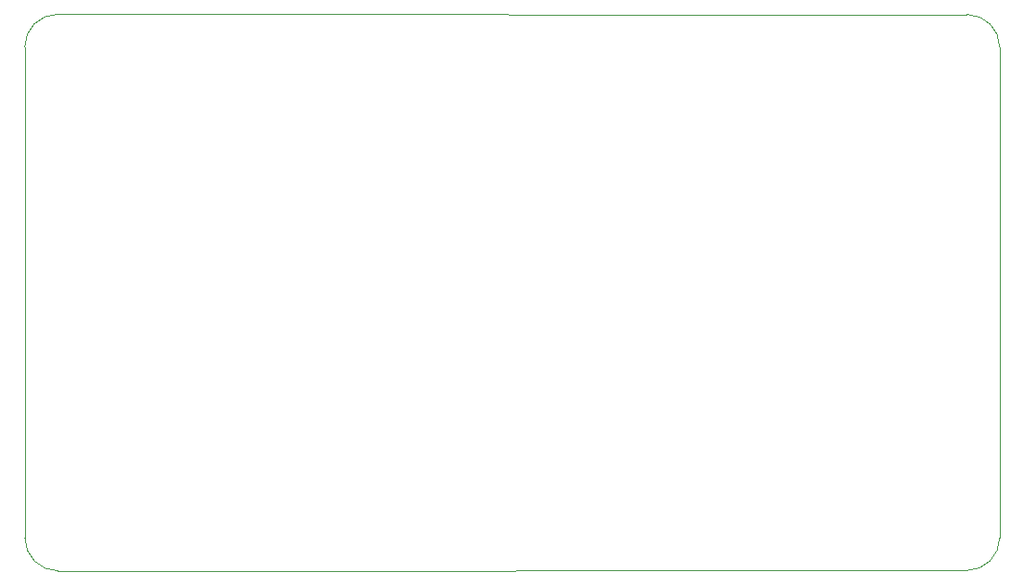
<source format=gbr>
%TF.GenerationSoftware,KiCad,Pcbnew,6.0.8+dfsg-1~bpo11+1*%
%TF.CreationDate,2022-10-27T04:09:56+08:00*%
%TF.ProjectId,SynthCard,53796e74-6843-4617-9264-2e6b69636164,rev?*%
%TF.SameCoordinates,Original*%
%TF.FileFunction,Profile,NP*%
%FSLAX46Y46*%
G04 Gerber Fmt 4.6, Leading zero omitted, Abs format (unit mm)*
G04 Created by KiCad (PCBNEW 6.0.8+dfsg-1~bpo11+1) date 2022-10-27 04:09:56*
%MOMM*%
%LPD*%
G01*
G04 APERTURE LIST*
%TA.AperFunction,Profile*%
%ADD10C,0.050000*%
%TD*%
G04 APERTURE END LIST*
D10*
X100000000Y-78000000D02*
X100021320Y-122828680D01*
X103000000Y-75000000D02*
G75*
G03*
X100000000Y-78000000I0J-3000000D01*
G01*
X185925001Y-125800001D02*
X103021320Y-125828680D01*
X100021320Y-122828680D02*
G75*
G03*
X103021320Y-125828680I2999980J-20D01*
G01*
X188925001Y-122800001D02*
X188928680Y-78021320D01*
X185925001Y-125800001D02*
G75*
G03*
X188925001Y-122800001I-1J3000001D01*
G01*
X185928680Y-75021320D02*
X103000000Y-75000000D01*
X188928680Y-78021320D02*
G75*
G03*
X185928680Y-75021320I-2999980J20D01*
G01*
M02*

</source>
